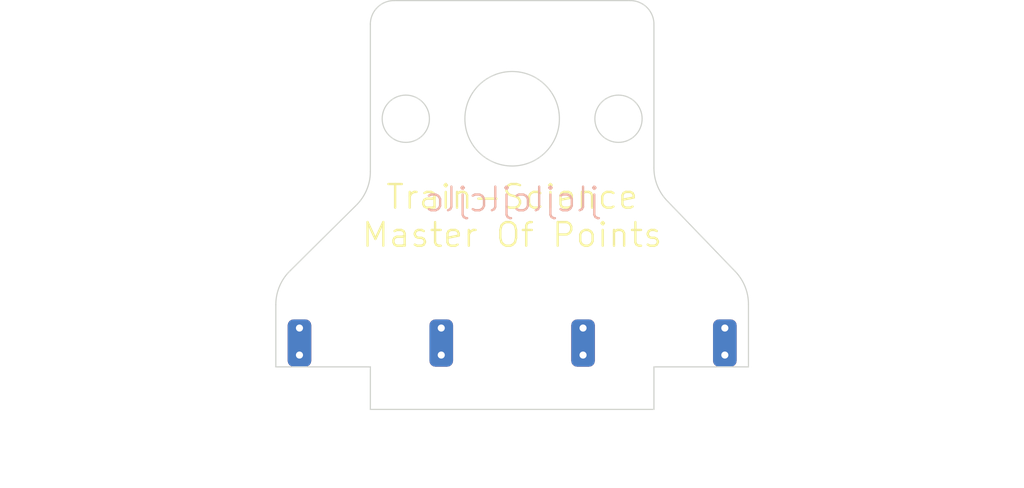
<source format=kicad_pcb>
(kicad_pcb (version 20240108) (generator "pcbnew") (generator_version "8.0")
  (layers (0 "F.Cu" signal) (31 "B.Cu" signal) (34 "B.Paste" user) (35 "F.Paste" user) (36 "B.SilkS" user "B.Silkscreen") (37 "F.SilkS" user "F.Silkscreen") (38 "B.Mask" user) (39 "F.Mask" user) (44 "Edge.Cuts" user))
  (net 0 "")
  (footprint "Connector_Wire:SolderWirePad_1x01_SMD_1x2mm" (layer "F.Cu") (at 9 13.492)
    (property "Reference" "REF**" (hide yes))
    (property "Value" "SolderWirePad_1x01_SMD_1x2mm")
    (pad "1" smd roundrect (at 0 0) (size 1 2) (layers "F.Cu" "F.Paste" "F.Mask"))
  )
  (footprint "Connector_Wire:SolderWirePad_1x01_SMD_1x2mm" (layer "F.Cu") (at 3 13.492)
    (property "Reference" "REF**" (hide yes))
    (property "Value" "SolderWirePad_1x01_SMD_1x2mm")
    (pad "1" smd roundrect (at 0 0) (size 1 2) (layers "F.Cu" "F.Paste" "F.Mask"))
  )
  (footprint "Connector_Wire:SolderWirePad_1x01_SMD_1x2mm" (layer "F.Cu") (at -9 13.492)
    (property "Reference" "REF**" (hide yes))
    (property "Value" "SolderWirePad_1x01_SMD_1x2mm")
    (pad "1" smd roundrect (at 0 0) (size 1 2) (layers "F.Cu" "F.Paste" "F.Mask"))
  )
  (footprint "Connector_Wire:SolderWirePad_1x01_SMD_1x2mm" (layer "F.Cu") (at -3 13.492)
    (property "Reference" "REF**" (hide yes))
    (property "Value" "SolderWirePad_1x01_SMD_1x2mm")
    (pad "1" smd roundrect (at 0 0) (size 1 2) (layers "F.Cu" "F.Paste" "F.Mask"))
  )
  (footprint "Connector_Wire:SolderWirePad_1x01_SMD_1x2mm" (layer "B.Cu") (at 3 13.492 180)
    (property "Reference" "REF**" (hide yes))
    (property "Value" "SolderWirePad_1x01_SMD_1x2mm")
    (pad "1" smd roundrect (at 0 0 180) (size 1 2) (layers "B.Cu" "B.Paste" "B.Mask"))
  )
  (footprint "Connector_Wire:SolderWirePad_1x01_SMD_1x2mm" (layer "B.Cu") (at -9 13.492 180)
    (property "Reference" "REF**" (hide yes))
    (property "Value" "SolderWirePad_1x01_SMD_1x2mm")
    (pad "1" smd roundrect (at 0 0 180) (size 1 2) (layers "B.Cu" "B.Paste" "B.Mask"))
  )
  (footprint "Connector_Wire:SolderWirePad_1x01_SMD_1x2mm" (layer "B.Cu") (at -3 13.492 180)
    (property "Reference" "REF**" (hide yes))
    (property "Value" "SolderWirePad_1x01_SMD_1x2mm")
    (pad "1" smd roundrect (at 0 0 180) (size 1 2) (layers "B.Cu" "B.Paste" "B.Mask"))
  )
  (footprint "Connector_Wire:SolderWirePad_1x01_SMD_1x2mm" (layer "B.Cu") (at 9 13.492 180)
    (property "Reference" "REF**" (hide yes))
    (property "Value" "SolderWirePad_1x01_SMD_1x2mm")
    (pad "1" smd roundrect (at 0 0 180) (size 1 2) (layers "B.Cu" "B.Paste" "B.Mask"))
  )
  (gr_line (start -6 16.3) (end -6 14.5) (stroke (width 0.05)) (layer "Edge.Cuts"))
  (gr_line (start 10 14.5) (end 10.000004 11.849998) (stroke (width 0.05)) (layer "Edge.Cuts"))
  (gr_line (start -6 0) (end -6 6.234633) (stroke (width 0.05)) (layer "Edge.Cuts"))
  (gr_line (start -6 14.5) (end -10 14.5) (stroke (width 0.05)) (layer "Edge.Cuts"))
  (gr_line (start -6.585786 7.648847) (end -9.414214 10.451152) (stroke (width 0.05)) (layer "Edge.Cuts"))
  (gr_arc (start -6 0) (mid -5.707107 -0.707107) (end -5 -1) (stroke (width 0.05)) (layer "Edge.Cuts"))
  (gr_line (start 6 14.5) (end 10 14.5) (stroke (width 0.05)) (layer "Edge.Cuts"))
  (gr_arc (start -10 11.865367) (mid -9.847759 11.1) (end -9.414214 10.451152) (stroke (width 0.05)) (layer "Edge.Cuts"))
  (gr_arc (start 5 -1) (mid 5.707107 -0.707107) (end 6 0) (stroke (width 0.05)) (layer "Edge.Cuts"))
  (gr_line (start 5 -1) (end -5 -1) (stroke (width 0.05)) (layer "Edge.Cuts"))
  (gr_line (start 6 16.3) (end -6 16.3) (stroke (width 0.05)) (layer "Edge.Cuts"))
  (gr_line (start 6.585783 7.5) (end 9.414217 10.435784) (stroke (width 0.05)) (layer "Edge.Cuts"))
  (gr_line (start 6 16.3) (end 6 14.5) (stroke (width 0.05)) (layer "Edge.Cuts"))
  (gr_arc (start 6.585783 7.5) (mid 6.152237 6.851153) (end 5.999996 6.085786) (stroke (width 0.05)) (layer "Edge.Cuts"))
  (gr_circle (center 0 4) (end 2 4) (stroke (width 0.05)) (fill none) (layer "Edge.Cuts"))
  (gr_circle (center 4.5 4) (end 5.5 4) (stroke (width 0.05)) (fill none) (layer "Edge.Cuts"))
  (gr_line (start 6 0) (end 5.999996 6.085786) (stroke (width 0.05)) (layer "Edge.Cuts"))
  (gr_arc (start -6 6.234633) (mid -6.152241 7) (end -6.585786 7.648847) (stroke (width 0.05)) (layer "Edge.Cuts"))
  (gr_line (start -10 14.5) (end -10 11.865367) (stroke (width 0.05)) (layer "Edge.Cuts"))
  (gr_circle (center -4.5 4) (end -3.5 4) (stroke (width 0.05)) (fill none) (layer "Edge.Cuts"))
  (gr_arc (start 9.414217 10.435784) (mid 9.847763 11.084631) (end 10.000004 11.849998) (stroke (width 0.05)) (layer "Edge.Cuts"))
  (gr_text "jlcjlcjlcjlc\n" (at 0 8 0) (layer "B.SilkS") (effects (font (size 1 1) (thickness 0.1)) (justify bottom mirror)))
  (gr_text "Train-Science\nMaster Of Points" (at 0 9.5 0) (layer "F.SilkS") (effects (font (size 1 1) (thickness 0.1)) (justify bottom)))
  (via (at -3 12.857) (size 0.6) (drill 0.3) (layers "F.Cu" "B.Cu") (net 0))
  (via (at 3 12.857) (size 0.6) (drill 0.3) (layers "F.Cu" "B.Cu") (net 0))
  (via (at 9 12.857) (size 0.6) (drill 0.3) (layers "F.Cu" "B.Cu") (net 0))
  (via (at -3 14) (size 0.6) (drill 0.3) (layers "F.Cu" "B.Cu") (net 0))
  (via (at 3 14) (size 0.6) (drill 0.3) (layers "F.Cu" "B.Cu") (net 0))
  (via (at 9 14) (size 0.6) (drill 0.3) (layers "F.Cu" "B.Cu") (net 0))
  (via (at -9 14) (size 0.6) (drill 0.3) (layers "F.Cu" "B.Cu") (net 0))
  (via (at -9 12.857) (size 0.6) (drill 0.3) (layers "F.Cu" "B.Cu") (net 0))
)
</source>
